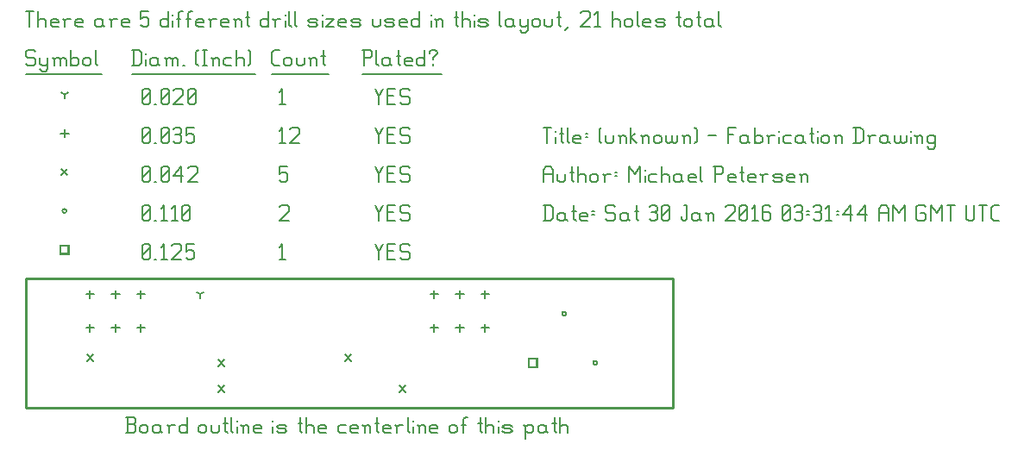
<source format=gbr>
G04 start of page 12 for group -3984 idx -3984 *
G04 Title: (unknown), fab *
G04 Creator: pcb 20110918 *
G04 CreationDate: Sat 30 Jan 2016 03:31:44 AM GMT UTC *
G04 For: railfan *
G04 Format: Gerber/RS-274X *
G04 PCB-Dimensions: 250000 50000 *
G04 PCB-Coordinate-Origin: lower left *
%MOIN*%
%FSLAX25Y25*%
%LNFAB*%
%ADD55C,0.0100*%
%ADD54C,0.0075*%
%ADD53C,0.0060*%
%ADD52R,0.0080X0.0080*%
G54D52*X194400Y19100D02*X197600D01*
X194400D02*Y15900D01*
X197600D01*
Y19100D02*Y15900D01*
X13400Y62850D02*X16600D01*
X13400D02*Y59650D01*
X16600D01*
Y62850D02*Y59650D01*
G54D53*X135000Y63500D02*X136500Y60500D01*
X138000Y63500D01*
X136500Y60500D02*Y57500D01*
X139800Y60800D02*X142050D01*
X139800Y57500D02*X142800D01*
X139800Y63500D02*Y57500D01*
Y63500D02*X142800D01*
X147600D02*X148350Y62750D01*
X145350Y63500D02*X147600D01*
X144600Y62750D02*X145350Y63500D01*
X144600Y62750D02*Y61250D01*
X145350Y60500D01*
X147600D01*
X148350Y59750D01*
Y58250D01*
X147600Y57500D02*X148350Y58250D01*
X145350Y57500D02*X147600D01*
X144600Y58250D02*X145350Y57500D01*
X98000Y62300D02*X99200Y63500D01*
Y57500D01*
X98000D02*X100250D01*
X45000Y58250D02*X45750Y57500D01*
X45000Y62750D02*Y58250D01*
Y62750D02*X45750Y63500D01*
X47250D01*
X48000Y62750D01*
Y58250D01*
X47250Y57500D02*X48000Y58250D01*
X45750Y57500D02*X47250D01*
X45000Y59000D02*X48000Y62000D01*
X49800Y57500D02*X50550D01*
X52350Y62300D02*X53550Y63500D01*
Y57500D01*
X52350D02*X54600D01*
X56400Y62750D02*X57150Y63500D01*
X59400D01*
X60150Y62750D01*
Y61250D01*
X56400Y57500D02*X60150Y61250D01*
X56400Y57500D02*X60150D01*
X61950Y63500D02*X64950D01*
X61950D02*Y60500D01*
X62700Y61250D01*
X64200D01*
X64950Y60500D01*
Y58250D01*
X64200Y57500D02*X64950Y58250D01*
X62700Y57500D02*X64200D01*
X61950Y58250D02*X62700Y57500D01*
X219200Y17500D02*G75*G03X220800Y17500I800J0D01*G01*
G75*G03X219200Y17500I-800J0D01*G01*
X207200Y36500D02*G75*G03X208800Y36500I800J0D01*G01*
G75*G03X207200Y36500I-800J0D01*G01*
X14200Y76250D02*G75*G03X15800Y76250I800J0D01*G01*
G75*G03X14200Y76250I-800J0D01*G01*
X135000Y78500D02*X136500Y75500D01*
X138000Y78500D01*
X136500Y75500D02*Y72500D01*
X139800Y75800D02*X142050D01*
X139800Y72500D02*X142800D01*
X139800Y78500D02*Y72500D01*
Y78500D02*X142800D01*
X147600D02*X148350Y77750D01*
X145350Y78500D02*X147600D01*
X144600Y77750D02*X145350Y78500D01*
X144600Y77750D02*Y76250D01*
X145350Y75500D01*
X147600D01*
X148350Y74750D01*
Y73250D01*
X147600Y72500D02*X148350Y73250D01*
X145350Y72500D02*X147600D01*
X144600Y73250D02*X145350Y72500D01*
X98000Y77750D02*X98750Y78500D01*
X101000D01*
X101750Y77750D01*
Y76250D01*
X98000Y72500D02*X101750Y76250D01*
X98000Y72500D02*X101750D01*
X45000Y73250D02*X45750Y72500D01*
X45000Y77750D02*Y73250D01*
Y77750D02*X45750Y78500D01*
X47250D01*
X48000Y77750D01*
Y73250D01*
X47250Y72500D02*X48000Y73250D01*
X45750Y72500D02*X47250D01*
X45000Y74000D02*X48000Y77000D01*
X49800Y72500D02*X50550D01*
X52350Y77300D02*X53550Y78500D01*
Y72500D01*
X52350D02*X54600D01*
X56400Y77300D02*X57600Y78500D01*
Y72500D01*
X56400D02*X58650D01*
X60450Y73250D02*X61200Y72500D01*
X60450Y77750D02*Y73250D01*
Y77750D02*X61200Y78500D01*
X62700D01*
X63450Y77750D01*
Y73250D01*
X62700Y72500D02*X63450Y73250D01*
X61200Y72500D02*X62700D01*
X60450Y74000D02*X63450Y77000D01*
X23800Y20700D02*X26200Y18300D01*
X23800D02*X26200Y20700D01*
X123300D02*X125700Y18300D01*
X123300D02*X125700Y20700D01*
X144300Y8700D02*X146700Y6300D01*
X144300D02*X146700Y8700D01*
X74300Y18700D02*X76700Y16300D01*
X74300D02*X76700Y18700D01*
X74300Y8700D02*X76700Y6300D01*
X74300D02*X76700Y8700D01*
X13800Y92450D02*X16200Y90050D01*
X13800D02*X16200Y92450D01*
X135000Y93500D02*X136500Y90500D01*
X138000Y93500D01*
X136500Y90500D02*Y87500D01*
X139800Y90800D02*X142050D01*
X139800Y87500D02*X142800D01*
X139800Y93500D02*Y87500D01*
Y93500D02*X142800D01*
X147600D02*X148350Y92750D01*
X145350Y93500D02*X147600D01*
X144600Y92750D02*X145350Y93500D01*
X144600Y92750D02*Y91250D01*
X145350Y90500D01*
X147600D01*
X148350Y89750D01*
Y88250D01*
X147600Y87500D02*X148350Y88250D01*
X145350Y87500D02*X147600D01*
X144600Y88250D02*X145350Y87500D01*
X98000Y93500D02*X101000D01*
X98000D02*Y90500D01*
X98750Y91250D01*
X100250D01*
X101000Y90500D01*
Y88250D01*
X100250Y87500D02*X101000Y88250D01*
X98750Y87500D02*X100250D01*
X98000Y88250D02*X98750Y87500D01*
X45000Y88250D02*X45750Y87500D01*
X45000Y92750D02*Y88250D01*
Y92750D02*X45750Y93500D01*
X47250D01*
X48000Y92750D01*
Y88250D01*
X47250Y87500D02*X48000Y88250D01*
X45750Y87500D02*X47250D01*
X45000Y89000D02*X48000Y92000D01*
X49800Y87500D02*X50550D01*
X52350Y88250D02*X53100Y87500D01*
X52350Y92750D02*Y88250D01*
Y92750D02*X53100Y93500D01*
X54600D01*
X55350Y92750D01*
Y88250D01*
X54600Y87500D02*X55350Y88250D01*
X53100Y87500D02*X54600D01*
X52350Y89000D02*X55350Y92000D01*
X57150Y89750D02*X60150Y93500D01*
X57150Y89750D02*X60900D01*
X60150Y93500D02*Y87500D01*
X62700Y92750D02*X63450Y93500D01*
X65700D01*
X66450Y92750D01*
Y91250D01*
X62700Y87500D02*X66450Y91250D01*
X62700Y87500D02*X66450D01*
X24874Y32608D02*Y29408D01*
X23274Y31008D02*X26474D01*
X34717Y32608D02*Y29408D01*
X33117Y31008D02*X36317D01*
X44559Y32608D02*Y29408D01*
X42959Y31008D02*X46159D01*
X24874Y45600D02*Y42400D01*
X23274Y44000D02*X26474D01*
X34717Y45600D02*Y42400D01*
X33117Y44000D02*X36317D01*
X44559Y45600D02*Y42400D01*
X42959Y44000D02*X46159D01*
X157874Y32608D02*Y29408D01*
X156274Y31008D02*X159474D01*
X167717Y32608D02*Y29408D01*
X166117Y31008D02*X169317D01*
X177559Y32608D02*Y29408D01*
X175959Y31008D02*X179159D01*
X157874Y45600D02*Y42400D01*
X156274Y44000D02*X159474D01*
X167717Y45600D02*Y42400D01*
X166117Y44000D02*X169317D01*
X177559Y45600D02*Y42400D01*
X175959Y44000D02*X179159D01*
X15000Y107850D02*Y104650D01*
X13400Y106250D02*X16600D01*
X135000Y108500D02*X136500Y105500D01*
X138000Y108500D01*
X136500Y105500D02*Y102500D01*
X139800Y105800D02*X142050D01*
X139800Y102500D02*X142800D01*
X139800Y108500D02*Y102500D01*
Y108500D02*X142800D01*
X147600D02*X148350Y107750D01*
X145350Y108500D02*X147600D01*
X144600Y107750D02*X145350Y108500D01*
X144600Y107750D02*Y106250D01*
X145350Y105500D01*
X147600D01*
X148350Y104750D01*
Y103250D01*
X147600Y102500D02*X148350Y103250D01*
X145350Y102500D02*X147600D01*
X144600Y103250D02*X145350Y102500D01*
X98000Y107300D02*X99200Y108500D01*
Y102500D01*
X98000D02*X100250D01*
X102050Y107750D02*X102800Y108500D01*
X105050D01*
X105800Y107750D01*
Y106250D01*
X102050Y102500D02*X105800Y106250D01*
X102050Y102500D02*X105800D01*
X45000Y103250D02*X45750Y102500D01*
X45000Y107750D02*Y103250D01*
Y107750D02*X45750Y108500D01*
X47250D01*
X48000Y107750D01*
Y103250D01*
X47250Y102500D02*X48000Y103250D01*
X45750Y102500D02*X47250D01*
X45000Y104000D02*X48000Y107000D01*
X49800Y102500D02*X50550D01*
X52350Y103250D02*X53100Y102500D01*
X52350Y107750D02*Y103250D01*
Y107750D02*X53100Y108500D01*
X54600D01*
X55350Y107750D01*
Y103250D01*
X54600Y102500D02*X55350Y103250D01*
X53100Y102500D02*X54600D01*
X52350Y104000D02*X55350Y107000D01*
X57150Y107750D02*X57900Y108500D01*
X59400D01*
X60150Y107750D01*
X59400Y102500D02*X60150Y103250D01*
X57900Y102500D02*X59400D01*
X57150Y103250D02*X57900Y102500D01*
Y105800D02*X59400D01*
X60150Y107750D02*Y106550D01*
Y105050D02*Y103250D01*
Y105050D02*X59400Y105800D01*
X60150Y106550D02*X59400Y105800D01*
X61950Y108500D02*X64950D01*
X61950D02*Y105500D01*
X62700Y106250D01*
X64200D01*
X64950Y105500D01*
Y103250D01*
X64200Y102500D02*X64950Y103250D01*
X62700Y102500D02*X64200D01*
X61950Y103250D02*X62700Y102500D01*
X67500Y44000D02*Y42400D01*
Y44000D02*X68887Y44800D01*
X67500Y44000D02*X66113Y44800D01*
X15000Y121250D02*Y119650D01*
Y121250D02*X16387Y122050D01*
X15000Y121250D02*X13613Y122050D01*
X135000Y123500D02*X136500Y120500D01*
X138000Y123500D01*
X136500Y120500D02*Y117500D01*
X139800Y120800D02*X142050D01*
X139800Y117500D02*X142800D01*
X139800Y123500D02*Y117500D01*
Y123500D02*X142800D01*
X147600D02*X148350Y122750D01*
X145350Y123500D02*X147600D01*
X144600Y122750D02*X145350Y123500D01*
X144600Y122750D02*Y121250D01*
X145350Y120500D01*
X147600D01*
X148350Y119750D01*
Y118250D01*
X147600Y117500D02*X148350Y118250D01*
X145350Y117500D02*X147600D01*
X144600Y118250D02*X145350Y117500D01*
X98000Y122300D02*X99200Y123500D01*
Y117500D01*
X98000D02*X100250D01*
X45000Y118250D02*X45750Y117500D01*
X45000Y122750D02*Y118250D01*
Y122750D02*X45750Y123500D01*
X47250D01*
X48000Y122750D01*
Y118250D01*
X47250Y117500D02*X48000Y118250D01*
X45750Y117500D02*X47250D01*
X45000Y119000D02*X48000Y122000D01*
X49800Y117500D02*X50550D01*
X52350Y118250D02*X53100Y117500D01*
X52350Y122750D02*Y118250D01*
Y122750D02*X53100Y123500D01*
X54600D01*
X55350Y122750D01*
Y118250D01*
X54600Y117500D02*X55350Y118250D01*
X53100Y117500D02*X54600D01*
X52350Y119000D02*X55350Y122000D01*
X57150Y122750D02*X57900Y123500D01*
X60150D01*
X60900Y122750D01*
Y121250D01*
X57150Y117500D02*X60900Y121250D01*
X57150Y117500D02*X60900D01*
X62700Y118250D02*X63450Y117500D01*
X62700Y122750D02*Y118250D01*
Y122750D02*X63450Y123500D01*
X64950D01*
X65700Y122750D01*
Y118250D01*
X64950Y117500D02*X65700Y118250D01*
X63450Y117500D02*X64950D01*
X62700Y119000D02*X65700Y122000D01*
X3000Y138500D02*X3750Y137750D01*
X750Y138500D02*X3000D01*
X0Y137750D02*X750Y138500D01*
X0Y137750D02*Y136250D01*
X750Y135500D01*
X3000D01*
X3750Y134750D01*
Y133250D01*
X3000Y132500D02*X3750Y133250D01*
X750Y132500D02*X3000D01*
X0Y133250D02*X750Y132500D01*
X5550Y135500D02*Y133250D01*
X6300Y132500D01*
X8550Y135500D02*Y131000D01*
X7800Y130250D02*X8550Y131000D01*
X6300Y130250D02*X7800D01*
X5550Y131000D02*X6300Y130250D01*
Y132500D02*X7800D01*
X8550Y133250D01*
X11100Y134750D02*Y132500D01*
Y134750D02*X11850Y135500D01*
X12600D01*
X13350Y134750D01*
Y132500D01*
Y134750D02*X14100Y135500D01*
X14850D01*
X15600Y134750D01*
Y132500D01*
X10350Y135500D02*X11100Y134750D01*
X17400Y138500D02*Y132500D01*
Y133250D02*X18150Y132500D01*
X19650D01*
X20400Y133250D01*
Y134750D02*Y133250D01*
X19650Y135500D02*X20400Y134750D01*
X18150Y135500D02*X19650D01*
X17400Y134750D02*X18150Y135500D01*
X22200Y134750D02*Y133250D01*
Y134750D02*X22950Y135500D01*
X24450D01*
X25200Y134750D01*
Y133250D01*
X24450Y132500D02*X25200Y133250D01*
X22950Y132500D02*X24450D01*
X22200Y133250D02*X22950Y132500D01*
X27000Y138500D02*Y133250D01*
X27750Y132500D01*
X0Y129250D02*X29250D01*
X41750Y138500D02*Y132500D01*
X43700Y138500D02*X44750Y137450D01*
Y133550D01*
X43700Y132500D02*X44750Y133550D01*
X41000Y132500D02*X43700D01*
X41000Y138500D02*X43700D01*
G54D54*X46550Y137000D02*Y136850D01*
G54D53*Y134750D02*Y132500D01*
X50300Y135500D02*X51050Y134750D01*
X48800Y135500D02*X50300D01*
X48050Y134750D02*X48800Y135500D01*
X48050Y134750D02*Y133250D01*
X48800Y132500D01*
X51050Y135500D02*Y133250D01*
X51800Y132500D01*
X48800D02*X50300D01*
X51050Y133250D01*
X54350Y134750D02*Y132500D01*
Y134750D02*X55100Y135500D01*
X55850D01*
X56600Y134750D01*
Y132500D01*
Y134750D02*X57350Y135500D01*
X58100D01*
X58850Y134750D01*
Y132500D01*
X53600Y135500D02*X54350Y134750D01*
X60650Y132500D02*X61400D01*
X65900Y133250D02*X66650Y132500D01*
X65900Y137750D02*X66650Y138500D01*
X65900Y137750D02*Y133250D01*
X68450Y138500D02*X69950D01*
X69200D02*Y132500D01*
X68450D02*X69950D01*
X72500Y134750D02*Y132500D01*
Y134750D02*X73250Y135500D01*
X74000D01*
X74750Y134750D01*
Y132500D01*
X71750Y135500D02*X72500Y134750D01*
X77300Y135500D02*X79550D01*
X76550Y134750D02*X77300Y135500D01*
X76550Y134750D02*Y133250D01*
X77300Y132500D01*
X79550D01*
X81350Y138500D02*Y132500D01*
Y134750D02*X82100Y135500D01*
X83600D01*
X84350Y134750D01*
Y132500D01*
X86150Y138500D02*X86900Y137750D01*
Y133250D01*
X86150Y132500D02*X86900Y133250D01*
X41000Y129250D02*X88700D01*
X96050Y132500D02*X98000D01*
X95000Y133550D02*X96050Y132500D01*
X95000Y137450D02*Y133550D01*
Y137450D02*X96050Y138500D01*
X98000D01*
X99800Y134750D02*Y133250D01*
Y134750D02*X100550Y135500D01*
X102050D01*
X102800Y134750D01*
Y133250D01*
X102050Y132500D02*X102800Y133250D01*
X100550Y132500D02*X102050D01*
X99800Y133250D02*X100550Y132500D01*
X104600Y135500D02*Y133250D01*
X105350Y132500D01*
X106850D01*
X107600Y133250D01*
Y135500D02*Y133250D01*
X110150Y134750D02*Y132500D01*
Y134750D02*X110900Y135500D01*
X111650D01*
X112400Y134750D01*
Y132500D01*
X109400Y135500D02*X110150Y134750D01*
X114950Y138500D02*Y133250D01*
X115700Y132500D01*
X114200Y136250D02*X115700D01*
X95000Y129250D02*X117200D01*
X130750Y138500D02*Y132500D01*
X130000Y138500D02*X133000D01*
X133750Y137750D01*
Y136250D01*
X133000Y135500D02*X133750Y136250D01*
X130750Y135500D02*X133000D01*
X135550Y138500D02*Y133250D01*
X136300Y132500D01*
X140050Y135500D02*X140800Y134750D01*
X138550Y135500D02*X140050D01*
X137800Y134750D02*X138550Y135500D01*
X137800Y134750D02*Y133250D01*
X138550Y132500D01*
X140800Y135500D02*Y133250D01*
X141550Y132500D01*
X138550D02*X140050D01*
X140800Y133250D01*
X144100Y138500D02*Y133250D01*
X144850Y132500D01*
X143350Y136250D02*X144850D01*
X147100Y132500D02*X149350D01*
X146350Y133250D02*X147100Y132500D01*
X146350Y134750D02*Y133250D01*
Y134750D02*X147100Y135500D01*
X148600D01*
X149350Y134750D01*
X146350Y134000D02*X149350D01*
Y134750D02*Y134000D01*
X154150Y138500D02*Y132500D01*
X153400D02*X154150Y133250D01*
X151900Y132500D02*X153400D01*
X151150Y133250D02*X151900Y132500D01*
X151150Y134750D02*Y133250D01*
Y134750D02*X151900Y135500D01*
X153400D01*
X154150Y134750D01*
X157450Y135500D02*Y134750D01*
Y133250D02*Y132500D01*
X155950Y137750D02*Y137000D01*
Y137750D02*X156700Y138500D01*
X158200D01*
X158950Y137750D01*
Y137000D01*
X157450Y135500D02*X158950Y137000D01*
X130000Y129250D02*X160750D01*
X0Y153500D02*X3000D01*
X1500D02*Y147500D01*
X4800Y153500D02*Y147500D01*
Y149750D02*X5550Y150500D01*
X7050D01*
X7800Y149750D01*
Y147500D01*
X10350D02*X12600D01*
X9600Y148250D02*X10350Y147500D01*
X9600Y149750D02*Y148250D01*
Y149750D02*X10350Y150500D01*
X11850D01*
X12600Y149750D01*
X9600Y149000D02*X12600D01*
Y149750D02*Y149000D01*
X15150Y149750D02*Y147500D01*
Y149750D02*X15900Y150500D01*
X17400D01*
X14400D02*X15150Y149750D01*
X19950Y147500D02*X22200D01*
X19200Y148250D02*X19950Y147500D01*
X19200Y149750D02*Y148250D01*
Y149750D02*X19950Y150500D01*
X21450D01*
X22200Y149750D01*
X19200Y149000D02*X22200D01*
Y149750D02*Y149000D01*
X28950Y150500D02*X29700Y149750D01*
X27450Y150500D02*X28950D01*
X26700Y149750D02*X27450Y150500D01*
X26700Y149750D02*Y148250D01*
X27450Y147500D01*
X29700Y150500D02*Y148250D01*
X30450Y147500D01*
X27450D02*X28950D01*
X29700Y148250D01*
X33000Y149750D02*Y147500D01*
Y149750D02*X33750Y150500D01*
X35250D01*
X32250D02*X33000Y149750D01*
X37800Y147500D02*X40050D01*
X37050Y148250D02*X37800Y147500D01*
X37050Y149750D02*Y148250D01*
Y149750D02*X37800Y150500D01*
X39300D01*
X40050Y149750D01*
X37050Y149000D02*X40050D01*
Y149750D02*Y149000D01*
X44550Y153500D02*X47550D01*
X44550D02*Y150500D01*
X45300Y151250D01*
X46800D01*
X47550Y150500D01*
Y148250D01*
X46800Y147500D02*X47550Y148250D01*
X45300Y147500D02*X46800D01*
X44550Y148250D02*X45300Y147500D01*
X55050Y153500D02*Y147500D01*
X54300D02*X55050Y148250D01*
X52800Y147500D02*X54300D01*
X52050Y148250D02*X52800Y147500D01*
X52050Y149750D02*Y148250D01*
Y149750D02*X52800Y150500D01*
X54300D01*
X55050Y149750D01*
G54D54*X56850Y152000D02*Y151850D01*
G54D53*Y149750D02*Y147500D01*
X59100Y152750D02*Y147500D01*
Y152750D02*X59850Y153500D01*
X60600D01*
X58350Y150500D02*X59850D01*
X62850Y152750D02*Y147500D01*
Y152750D02*X63600Y153500D01*
X64350D01*
X62100Y150500D02*X63600D01*
X66600Y147500D02*X68850D01*
X65850Y148250D02*X66600Y147500D01*
X65850Y149750D02*Y148250D01*
Y149750D02*X66600Y150500D01*
X68100D01*
X68850Y149750D01*
X65850Y149000D02*X68850D01*
Y149750D02*Y149000D01*
X71400Y149750D02*Y147500D01*
Y149750D02*X72150Y150500D01*
X73650D01*
X70650D02*X71400Y149750D01*
X76200Y147500D02*X78450D01*
X75450Y148250D02*X76200Y147500D01*
X75450Y149750D02*Y148250D01*
Y149750D02*X76200Y150500D01*
X77700D01*
X78450Y149750D01*
X75450Y149000D02*X78450D01*
Y149750D02*Y149000D01*
X81000Y149750D02*Y147500D01*
Y149750D02*X81750Y150500D01*
X82500D01*
X83250Y149750D01*
Y147500D01*
X80250Y150500D02*X81000Y149750D01*
X85800Y153500D02*Y148250D01*
X86550Y147500D01*
X85050Y151250D02*X86550D01*
X93750Y153500D02*Y147500D01*
X93000D02*X93750Y148250D01*
X91500Y147500D02*X93000D01*
X90750Y148250D02*X91500Y147500D01*
X90750Y149750D02*Y148250D01*
Y149750D02*X91500Y150500D01*
X93000D01*
X93750Y149750D01*
X96300D02*Y147500D01*
Y149750D02*X97050Y150500D01*
X98550D01*
X95550D02*X96300Y149750D01*
G54D54*X100350Y152000D02*Y151850D01*
G54D53*Y149750D02*Y147500D01*
X101850Y153500D02*Y148250D01*
X102600Y147500D01*
X104100Y153500D02*Y148250D01*
X104850Y147500D01*
X109800D02*X112050D01*
X112800Y148250D01*
X112050Y149000D02*X112800Y148250D01*
X109800Y149000D02*X112050D01*
X109050Y149750D02*X109800Y149000D01*
X109050Y149750D02*X109800Y150500D01*
X112050D01*
X112800Y149750D01*
X109050Y148250D02*X109800Y147500D01*
G54D54*X114600Y152000D02*Y151850D01*
G54D53*Y149750D02*Y147500D01*
X116100Y150500D02*X119100D01*
X116100Y147500D02*X119100Y150500D01*
X116100Y147500D02*X119100D01*
X121650D02*X123900D01*
X120900Y148250D02*X121650Y147500D01*
X120900Y149750D02*Y148250D01*
Y149750D02*X121650Y150500D01*
X123150D01*
X123900Y149750D01*
X120900Y149000D02*X123900D01*
Y149750D02*Y149000D01*
X126450Y147500D02*X128700D01*
X129450Y148250D01*
X128700Y149000D02*X129450Y148250D01*
X126450Y149000D02*X128700D01*
X125700Y149750D02*X126450Y149000D01*
X125700Y149750D02*X126450Y150500D01*
X128700D01*
X129450Y149750D01*
X125700Y148250D02*X126450Y147500D01*
X133950Y150500D02*Y148250D01*
X134700Y147500D01*
X136200D01*
X136950Y148250D01*
Y150500D02*Y148250D01*
X139500Y147500D02*X141750D01*
X142500Y148250D01*
X141750Y149000D02*X142500Y148250D01*
X139500Y149000D02*X141750D01*
X138750Y149750D02*X139500Y149000D01*
X138750Y149750D02*X139500Y150500D01*
X141750D01*
X142500Y149750D01*
X138750Y148250D02*X139500Y147500D01*
X145050D02*X147300D01*
X144300Y148250D02*X145050Y147500D01*
X144300Y149750D02*Y148250D01*
Y149750D02*X145050Y150500D01*
X146550D01*
X147300Y149750D01*
X144300Y149000D02*X147300D01*
Y149750D02*Y149000D01*
X152100Y153500D02*Y147500D01*
X151350D02*X152100Y148250D01*
X149850Y147500D02*X151350D01*
X149100Y148250D02*X149850Y147500D01*
X149100Y149750D02*Y148250D01*
Y149750D02*X149850Y150500D01*
X151350D01*
X152100Y149750D01*
G54D54*X156600Y152000D02*Y151850D01*
G54D53*Y149750D02*Y147500D01*
X158850Y149750D02*Y147500D01*
Y149750D02*X159600Y150500D01*
X160350D01*
X161100Y149750D01*
Y147500D01*
X158100Y150500D02*X158850Y149750D01*
X166350Y153500D02*Y148250D01*
X167100Y147500D01*
X165600Y151250D02*X167100D01*
X168600Y153500D02*Y147500D01*
Y149750D02*X169350Y150500D01*
X170850D01*
X171600Y149750D01*
Y147500D01*
G54D54*X173400Y152000D02*Y151850D01*
G54D53*Y149750D02*Y147500D01*
X175650D02*X177900D01*
X178650Y148250D01*
X177900Y149000D02*X178650Y148250D01*
X175650Y149000D02*X177900D01*
X174900Y149750D02*X175650Y149000D01*
X174900Y149750D02*X175650Y150500D01*
X177900D01*
X178650Y149750D01*
X174900Y148250D02*X175650Y147500D01*
X183150Y153500D02*Y148250D01*
X183900Y147500D01*
X187650Y150500D02*X188400Y149750D01*
X186150Y150500D02*X187650D01*
X185400Y149750D02*X186150Y150500D01*
X185400Y149750D02*Y148250D01*
X186150Y147500D01*
X188400Y150500D02*Y148250D01*
X189150Y147500D01*
X186150D02*X187650D01*
X188400Y148250D01*
X190950Y150500D02*Y148250D01*
X191700Y147500D01*
X193950Y150500D02*Y146000D01*
X193200Y145250D02*X193950Y146000D01*
X191700Y145250D02*X193200D01*
X190950Y146000D02*X191700Y145250D01*
Y147500D02*X193200D01*
X193950Y148250D01*
X195750Y149750D02*Y148250D01*
Y149750D02*X196500Y150500D01*
X198000D01*
X198750Y149750D01*
Y148250D01*
X198000Y147500D02*X198750Y148250D01*
X196500Y147500D02*X198000D01*
X195750Y148250D02*X196500Y147500D01*
X200550Y150500D02*Y148250D01*
X201300Y147500D01*
X202800D01*
X203550Y148250D01*
Y150500D02*Y148250D01*
X206100Y153500D02*Y148250D01*
X206850Y147500D01*
X205350Y151250D02*X206850D01*
X208350Y146000D02*X209850Y147500D01*
X214350Y152750D02*X215100Y153500D01*
X217350D01*
X218100Y152750D01*
Y151250D01*
X214350Y147500D02*X218100Y151250D01*
X214350Y147500D02*X218100D01*
X219900Y152300D02*X221100Y153500D01*
Y147500D01*
X219900D02*X222150D01*
X226650Y153500D02*Y147500D01*
Y149750D02*X227400Y150500D01*
X228900D01*
X229650Y149750D01*
Y147500D01*
X231450Y149750D02*Y148250D01*
Y149750D02*X232200Y150500D01*
X233700D01*
X234450Y149750D01*
Y148250D01*
X233700Y147500D02*X234450Y148250D01*
X232200Y147500D02*X233700D01*
X231450Y148250D02*X232200Y147500D01*
X236250Y153500D02*Y148250D01*
X237000Y147500D01*
X239250D02*X241500D01*
X238500Y148250D02*X239250Y147500D01*
X238500Y149750D02*Y148250D01*
Y149750D02*X239250Y150500D01*
X240750D01*
X241500Y149750D01*
X238500Y149000D02*X241500D01*
Y149750D02*Y149000D01*
X244050Y147500D02*X246300D01*
X247050Y148250D01*
X246300Y149000D02*X247050Y148250D01*
X244050Y149000D02*X246300D01*
X243300Y149750D02*X244050Y149000D01*
X243300Y149750D02*X244050Y150500D01*
X246300D01*
X247050Y149750D01*
X243300Y148250D02*X244050Y147500D01*
X252300Y153500D02*Y148250D01*
X253050Y147500D01*
X251550Y151250D02*X253050D01*
X254550Y149750D02*Y148250D01*
Y149750D02*X255300Y150500D01*
X256800D01*
X257550Y149750D01*
Y148250D01*
X256800Y147500D02*X257550Y148250D01*
X255300Y147500D02*X256800D01*
X254550Y148250D02*X255300Y147500D01*
X260100Y153500D02*Y148250D01*
X260850Y147500D01*
X259350Y151250D02*X260850D01*
X264600Y150500D02*X265350Y149750D01*
X263100Y150500D02*X264600D01*
X262350Y149750D02*X263100Y150500D01*
X262350Y149750D02*Y148250D01*
X263100Y147500D01*
X265350Y150500D02*Y148250D01*
X266100Y147500D01*
X263100D02*X264600D01*
X265350Y148250D01*
X267900Y153500D02*Y148250D01*
X268650Y147500D01*
G54D55*X0Y50000D02*Y0D01*
X250000D02*Y50000D01*
X0D01*
Y0D02*X250000D01*
G54D53*X38675Y-9500D02*X41675D01*
X42425Y-8750D01*
Y-6950D02*Y-8750D01*
X41675Y-6200D02*X42425Y-6950D01*
X39425Y-6200D02*X41675D01*
X39425Y-3500D02*Y-9500D01*
X38675Y-3500D02*X41675D01*
X42425Y-4250D01*
Y-5450D01*
X41675Y-6200D02*X42425Y-5450D01*
X44225Y-7250D02*Y-8750D01*
Y-7250D02*X44975Y-6500D01*
X46475D01*
X47225Y-7250D01*
Y-8750D01*
X46475Y-9500D02*X47225Y-8750D01*
X44975Y-9500D02*X46475D01*
X44225Y-8750D02*X44975Y-9500D01*
X51275Y-6500D02*X52025Y-7250D01*
X49775Y-6500D02*X51275D01*
X49025Y-7250D02*X49775Y-6500D01*
X49025Y-7250D02*Y-8750D01*
X49775Y-9500D01*
X52025Y-6500D02*Y-8750D01*
X52775Y-9500D01*
X49775D02*X51275D01*
X52025Y-8750D01*
X55325Y-7250D02*Y-9500D01*
Y-7250D02*X56075Y-6500D01*
X57575D01*
X54575D02*X55325Y-7250D01*
X62375Y-3500D02*Y-9500D01*
X61625D02*X62375Y-8750D01*
X60125Y-9500D02*X61625D01*
X59375Y-8750D02*X60125Y-9500D01*
X59375Y-7250D02*Y-8750D01*
Y-7250D02*X60125Y-6500D01*
X61625D01*
X62375Y-7250D01*
X66875D02*Y-8750D01*
Y-7250D02*X67625Y-6500D01*
X69125D01*
X69875Y-7250D01*
Y-8750D01*
X69125Y-9500D02*X69875Y-8750D01*
X67625Y-9500D02*X69125D01*
X66875Y-8750D02*X67625Y-9500D01*
X71675Y-6500D02*Y-8750D01*
X72425Y-9500D01*
X73925D01*
X74675Y-8750D01*
Y-6500D02*Y-8750D01*
X77225Y-3500D02*Y-8750D01*
X77975Y-9500D01*
X76475Y-5750D02*X77975D01*
X79475Y-3500D02*Y-8750D01*
X80225Y-9500D01*
G54D54*X81725Y-5000D02*Y-5150D01*
G54D53*Y-7250D02*Y-9500D01*
X83975Y-7250D02*Y-9500D01*
Y-7250D02*X84725Y-6500D01*
X85475D01*
X86225Y-7250D01*
Y-9500D01*
X83225Y-6500D02*X83975Y-7250D01*
X88775Y-9500D02*X91025D01*
X88025Y-8750D02*X88775Y-9500D01*
X88025Y-7250D02*Y-8750D01*
Y-7250D02*X88775Y-6500D01*
X90275D01*
X91025Y-7250D01*
X88025Y-8000D02*X91025D01*
Y-7250D02*Y-8000D01*
G54D54*X95525Y-5000D02*Y-5150D01*
G54D53*Y-7250D02*Y-9500D01*
X97775D02*X100025D01*
X100775Y-8750D01*
X100025Y-8000D02*X100775Y-8750D01*
X97775Y-8000D02*X100025D01*
X97025Y-7250D02*X97775Y-8000D01*
X97025Y-7250D02*X97775Y-6500D01*
X100025D01*
X100775Y-7250D01*
X97025Y-8750D02*X97775Y-9500D01*
X106025Y-3500D02*Y-8750D01*
X106775Y-9500D01*
X105275Y-5750D02*X106775D01*
X108275Y-3500D02*Y-9500D01*
Y-7250D02*X109025Y-6500D01*
X110525D01*
X111275Y-7250D01*
Y-9500D01*
X113825D02*X116075D01*
X113075Y-8750D02*X113825Y-9500D01*
X113075Y-7250D02*Y-8750D01*
Y-7250D02*X113825Y-6500D01*
X115325D01*
X116075Y-7250D01*
X113075Y-8000D02*X116075D01*
Y-7250D02*Y-8000D01*
X121325Y-6500D02*X123575D01*
X120575Y-7250D02*X121325Y-6500D01*
X120575Y-7250D02*Y-8750D01*
X121325Y-9500D01*
X123575D01*
X126125D02*X128375D01*
X125375Y-8750D02*X126125Y-9500D01*
X125375Y-7250D02*Y-8750D01*
Y-7250D02*X126125Y-6500D01*
X127625D01*
X128375Y-7250D01*
X125375Y-8000D02*X128375D01*
Y-7250D02*Y-8000D01*
X130925Y-7250D02*Y-9500D01*
Y-7250D02*X131675Y-6500D01*
X132425D01*
X133175Y-7250D01*
Y-9500D01*
X130175Y-6500D02*X130925Y-7250D01*
X135725Y-3500D02*Y-8750D01*
X136475Y-9500D01*
X134975Y-5750D02*X136475D01*
X138725Y-9500D02*X140975D01*
X137975Y-8750D02*X138725Y-9500D01*
X137975Y-7250D02*Y-8750D01*
Y-7250D02*X138725Y-6500D01*
X140225D01*
X140975Y-7250D01*
X137975Y-8000D02*X140975D01*
Y-7250D02*Y-8000D01*
X143525Y-7250D02*Y-9500D01*
Y-7250D02*X144275Y-6500D01*
X145775D01*
X142775D02*X143525Y-7250D01*
X147575Y-3500D02*Y-8750D01*
X148325Y-9500D01*
G54D54*X149825Y-5000D02*Y-5150D01*
G54D53*Y-7250D02*Y-9500D01*
X152075Y-7250D02*Y-9500D01*
Y-7250D02*X152825Y-6500D01*
X153575D01*
X154325Y-7250D01*
Y-9500D01*
X151325Y-6500D02*X152075Y-7250D01*
X156875Y-9500D02*X159125D01*
X156125Y-8750D02*X156875Y-9500D01*
X156125Y-7250D02*Y-8750D01*
Y-7250D02*X156875Y-6500D01*
X158375D01*
X159125Y-7250D01*
X156125Y-8000D02*X159125D01*
Y-7250D02*Y-8000D01*
X163625Y-7250D02*Y-8750D01*
Y-7250D02*X164375Y-6500D01*
X165875D01*
X166625Y-7250D01*
Y-8750D01*
X165875Y-9500D02*X166625Y-8750D01*
X164375Y-9500D02*X165875D01*
X163625Y-8750D02*X164375Y-9500D01*
X169175Y-4250D02*Y-9500D01*
Y-4250D02*X169925Y-3500D01*
X170675D01*
X168425Y-6500D02*X169925D01*
X175625Y-3500D02*Y-8750D01*
X176375Y-9500D01*
X174875Y-5750D02*X176375D01*
X177875Y-3500D02*Y-9500D01*
Y-7250D02*X178625Y-6500D01*
X180125D01*
X180875Y-7250D01*
Y-9500D01*
G54D54*X182675Y-5000D02*Y-5150D01*
G54D53*Y-7250D02*Y-9500D01*
X184925D02*X187175D01*
X187925Y-8750D01*
X187175Y-8000D02*X187925Y-8750D01*
X184925Y-8000D02*X187175D01*
X184175Y-7250D02*X184925Y-8000D01*
X184175Y-7250D02*X184925Y-6500D01*
X187175D01*
X187925Y-7250D01*
X184175Y-8750D02*X184925Y-9500D01*
X193175Y-7250D02*Y-11750D01*
X192425Y-6500D02*X193175Y-7250D01*
X193925Y-6500D01*
X195425D01*
X196175Y-7250D01*
Y-8750D01*
X195425Y-9500D02*X196175Y-8750D01*
X193925Y-9500D02*X195425D01*
X193175Y-8750D02*X193925Y-9500D01*
X200225Y-6500D02*X200975Y-7250D01*
X198725Y-6500D02*X200225D01*
X197975Y-7250D02*X198725Y-6500D01*
X197975Y-7250D02*Y-8750D01*
X198725Y-9500D01*
X200975Y-6500D02*Y-8750D01*
X201725Y-9500D01*
X198725D02*X200225D01*
X200975Y-8750D01*
X204275Y-3500D02*Y-8750D01*
X205025Y-9500D01*
X203525Y-5750D02*X205025D01*
X206525Y-3500D02*Y-9500D01*
Y-7250D02*X207275Y-6500D01*
X208775D01*
X209525Y-7250D01*
Y-9500D01*
X200750Y78500D02*Y72500D01*
X202700Y78500D02*X203750Y77450D01*
Y73550D01*
X202700Y72500D02*X203750Y73550D01*
X200000Y72500D02*X202700D01*
X200000Y78500D02*X202700D01*
X207800Y75500D02*X208550Y74750D01*
X206300Y75500D02*X207800D01*
X205550Y74750D02*X206300Y75500D01*
X205550Y74750D02*Y73250D01*
X206300Y72500D01*
X208550Y75500D02*Y73250D01*
X209300Y72500D01*
X206300D02*X207800D01*
X208550Y73250D01*
X211850Y78500D02*Y73250D01*
X212600Y72500D01*
X211100Y76250D02*X212600D01*
X214850Y72500D02*X217100D01*
X214100Y73250D02*X214850Y72500D01*
X214100Y74750D02*Y73250D01*
Y74750D02*X214850Y75500D01*
X216350D01*
X217100Y74750D01*
X214100Y74000D02*X217100D01*
Y74750D02*Y74000D01*
X218900Y76250D02*X219650D01*
X218900Y74750D02*X219650D01*
X227150Y78500D02*X227900Y77750D01*
X224900Y78500D02*X227150D01*
X224150Y77750D02*X224900Y78500D01*
X224150Y77750D02*Y76250D01*
X224900Y75500D01*
X227150D01*
X227900Y74750D01*
Y73250D01*
X227150Y72500D02*X227900Y73250D01*
X224900Y72500D02*X227150D01*
X224150Y73250D02*X224900Y72500D01*
X231950Y75500D02*X232700Y74750D01*
X230450Y75500D02*X231950D01*
X229700Y74750D02*X230450Y75500D01*
X229700Y74750D02*Y73250D01*
X230450Y72500D01*
X232700Y75500D02*Y73250D01*
X233450Y72500D01*
X230450D02*X231950D01*
X232700Y73250D01*
X236000Y78500D02*Y73250D01*
X236750Y72500D01*
X235250Y76250D02*X236750D01*
X240950Y77750D02*X241700Y78500D01*
X243200D01*
X243950Y77750D01*
X243200Y72500D02*X243950Y73250D01*
X241700Y72500D02*X243200D01*
X240950Y73250D02*X241700Y72500D01*
Y75800D02*X243200D01*
X243950Y77750D02*Y76550D01*
Y75050D02*Y73250D01*
Y75050D02*X243200Y75800D01*
X243950Y76550D02*X243200Y75800D01*
X245750Y73250D02*X246500Y72500D01*
X245750Y77750D02*Y73250D01*
Y77750D02*X246500Y78500D01*
X248000D01*
X248750Y77750D01*
Y73250D01*
X248000Y72500D02*X248750Y73250D01*
X246500Y72500D02*X248000D01*
X245750Y74000D02*X248750Y77000D01*
X254300Y78500D02*X255500D01*
Y73250D01*
X254750Y72500D02*X255500Y73250D01*
X254000Y72500D02*X254750D01*
X253250Y73250D02*X254000Y72500D01*
X253250Y74000D02*Y73250D01*
X259550Y75500D02*X260300Y74750D01*
X258050Y75500D02*X259550D01*
X257300Y74750D02*X258050Y75500D01*
X257300Y74750D02*Y73250D01*
X258050Y72500D01*
X260300Y75500D02*Y73250D01*
X261050Y72500D01*
X258050D02*X259550D01*
X260300Y73250D01*
X263600Y74750D02*Y72500D01*
Y74750D02*X264350Y75500D01*
X265100D01*
X265850Y74750D01*
Y72500D01*
X262850Y75500D02*X263600Y74750D01*
X270350Y77750D02*X271100Y78500D01*
X273350D01*
X274100Y77750D01*
Y76250D01*
X270350Y72500D02*X274100Y76250D01*
X270350Y72500D02*X274100D01*
X275900Y73250D02*X276650Y72500D01*
X275900Y77750D02*Y73250D01*
Y77750D02*X276650Y78500D01*
X278150D01*
X278900Y77750D01*
Y73250D01*
X278150Y72500D02*X278900Y73250D01*
X276650Y72500D02*X278150D01*
X275900Y74000D02*X278900Y77000D01*
X280700Y77300D02*X281900Y78500D01*
Y72500D01*
X280700D02*X282950D01*
X287000Y78500D02*X287750Y77750D01*
X285500Y78500D02*X287000D01*
X284750Y77750D02*X285500Y78500D01*
X284750Y77750D02*Y73250D01*
X285500Y72500D01*
X287000Y75800D02*X287750Y75050D01*
X284750Y75800D02*X287000D01*
X285500Y72500D02*X287000D01*
X287750Y73250D01*
Y75050D02*Y73250D01*
X292250D02*X293000Y72500D01*
X292250Y77750D02*Y73250D01*
Y77750D02*X293000Y78500D01*
X294500D01*
X295250Y77750D01*
Y73250D01*
X294500Y72500D02*X295250Y73250D01*
X293000Y72500D02*X294500D01*
X292250Y74000D02*X295250Y77000D01*
X297050Y77750D02*X297800Y78500D01*
X299300D01*
X300050Y77750D01*
X299300Y72500D02*X300050Y73250D01*
X297800Y72500D02*X299300D01*
X297050Y73250D02*X297800Y72500D01*
Y75800D02*X299300D01*
X300050Y77750D02*Y76550D01*
Y75050D02*Y73250D01*
Y75050D02*X299300Y75800D01*
X300050Y76550D02*X299300Y75800D01*
X301850Y76250D02*X302600D01*
X301850Y74750D02*X302600D01*
X304400Y77750D02*X305150Y78500D01*
X306650D01*
X307400Y77750D01*
X306650Y72500D02*X307400Y73250D01*
X305150Y72500D02*X306650D01*
X304400Y73250D02*X305150Y72500D01*
Y75800D02*X306650D01*
X307400Y77750D02*Y76550D01*
Y75050D02*Y73250D01*
Y75050D02*X306650Y75800D01*
X307400Y76550D02*X306650Y75800D01*
X309200Y77300D02*X310400Y78500D01*
Y72500D01*
X309200D02*X311450D01*
X313250Y76250D02*X314000D01*
X313250Y74750D02*X314000D01*
X315800D02*X318800Y78500D01*
X315800Y74750D02*X319550D01*
X318800Y78500D02*Y72500D01*
X321350Y74750D02*X324350Y78500D01*
X321350Y74750D02*X325100D01*
X324350Y78500D02*Y72500D01*
X329600Y77000D02*Y72500D01*
Y77000D02*X330650Y78500D01*
X332300D01*
X333350Y77000D01*
Y72500D01*
X329600Y75500D02*X333350D01*
X335150Y78500D02*Y72500D01*
Y78500D02*X337400Y75500D01*
X339650Y78500D01*
Y72500D01*
X347150Y78500D02*X347900Y77750D01*
X344900Y78500D02*X347150D01*
X344150Y77750D02*X344900Y78500D01*
X344150Y77750D02*Y73250D01*
X344900Y72500D01*
X347150D01*
X347900Y73250D01*
Y74750D02*Y73250D01*
X347150Y75500D02*X347900Y74750D01*
X345650Y75500D02*X347150D01*
X349700Y78500D02*Y72500D01*
Y78500D02*X351950Y75500D01*
X354200Y78500D01*
Y72500D01*
X356000Y78500D02*X359000D01*
X357500D02*Y72500D01*
X363500Y78500D02*Y73250D01*
X364250Y72500D01*
X365750D01*
X366500Y73250D01*
Y78500D02*Y73250D01*
X368300Y78500D02*X371300D01*
X369800D02*Y72500D01*
X374150D02*X376100D01*
X373100Y73550D02*X374150Y72500D01*
X373100Y77450D02*Y73550D01*
Y77450D02*X374150Y78500D01*
X376100D01*
X200000Y92000D02*Y87500D01*
Y92000D02*X201050Y93500D01*
X202700D01*
X203750Y92000D01*
Y87500D01*
X200000Y90500D02*X203750D01*
X205550D02*Y88250D01*
X206300Y87500D01*
X207800D01*
X208550Y88250D01*
Y90500D02*Y88250D01*
X211100Y93500D02*Y88250D01*
X211850Y87500D01*
X210350Y91250D02*X211850D01*
X213350Y93500D02*Y87500D01*
Y89750D02*X214100Y90500D01*
X215600D01*
X216350Y89750D01*
Y87500D01*
X218150Y89750D02*Y88250D01*
Y89750D02*X218900Y90500D01*
X220400D01*
X221150Y89750D01*
Y88250D01*
X220400Y87500D02*X221150Y88250D01*
X218900Y87500D02*X220400D01*
X218150Y88250D02*X218900Y87500D01*
X223700Y89750D02*Y87500D01*
Y89750D02*X224450Y90500D01*
X225950D01*
X222950D02*X223700Y89750D01*
X227750Y91250D02*X228500D01*
X227750Y89750D02*X228500D01*
X233000Y93500D02*Y87500D01*
Y93500D02*X235250Y90500D01*
X237500Y93500D01*
Y87500D01*
G54D54*X239300Y92000D02*Y91850D01*
G54D53*Y89750D02*Y87500D01*
X241550Y90500D02*X243800D01*
X240800Y89750D02*X241550Y90500D01*
X240800Y89750D02*Y88250D01*
X241550Y87500D01*
X243800D01*
X245600Y93500D02*Y87500D01*
Y89750D02*X246350Y90500D01*
X247850D01*
X248600Y89750D01*
Y87500D01*
X252650Y90500D02*X253400Y89750D01*
X251150Y90500D02*X252650D01*
X250400Y89750D02*X251150Y90500D01*
X250400Y89750D02*Y88250D01*
X251150Y87500D01*
X253400Y90500D02*Y88250D01*
X254150Y87500D01*
X251150D02*X252650D01*
X253400Y88250D01*
X256700Y87500D02*X258950D01*
X255950Y88250D02*X256700Y87500D01*
X255950Y89750D02*Y88250D01*
Y89750D02*X256700Y90500D01*
X258200D01*
X258950Y89750D01*
X255950Y89000D02*X258950D01*
Y89750D02*Y89000D01*
X260750Y93500D02*Y88250D01*
X261500Y87500D01*
X266450Y93500D02*Y87500D01*
X265700Y93500D02*X268700D01*
X269450Y92750D01*
Y91250D01*
X268700Y90500D02*X269450Y91250D01*
X266450Y90500D02*X268700D01*
X272000Y87500D02*X274250D01*
X271250Y88250D02*X272000Y87500D01*
X271250Y89750D02*Y88250D01*
Y89750D02*X272000Y90500D01*
X273500D01*
X274250Y89750D01*
X271250Y89000D02*X274250D01*
Y89750D02*Y89000D01*
X276800Y93500D02*Y88250D01*
X277550Y87500D01*
X276050Y91250D02*X277550D01*
X279800Y87500D02*X282050D01*
X279050Y88250D02*X279800Y87500D01*
X279050Y89750D02*Y88250D01*
Y89750D02*X279800Y90500D01*
X281300D01*
X282050Y89750D01*
X279050Y89000D02*X282050D01*
Y89750D02*Y89000D01*
X284600Y89750D02*Y87500D01*
Y89750D02*X285350Y90500D01*
X286850D01*
X283850D02*X284600Y89750D01*
X289400Y87500D02*X291650D01*
X292400Y88250D01*
X291650Y89000D02*X292400Y88250D01*
X289400Y89000D02*X291650D01*
X288650Y89750D02*X289400Y89000D01*
X288650Y89750D02*X289400Y90500D01*
X291650D01*
X292400Y89750D01*
X288650Y88250D02*X289400Y87500D01*
X294950D02*X297200D01*
X294200Y88250D02*X294950Y87500D01*
X294200Y89750D02*Y88250D01*
Y89750D02*X294950Y90500D01*
X296450D01*
X297200Y89750D01*
X294200Y89000D02*X297200D01*
Y89750D02*Y89000D01*
X299750Y89750D02*Y87500D01*
Y89750D02*X300500Y90500D01*
X301250D01*
X302000Y89750D01*
Y87500D01*
X299000Y90500D02*X299750Y89750D01*
X200000Y108500D02*X203000D01*
X201500D02*Y102500D01*
G54D54*X204800Y107000D02*Y106850D01*
G54D53*Y104750D02*Y102500D01*
X207050Y108500D02*Y103250D01*
X207800Y102500D01*
X206300Y106250D02*X207800D01*
X209300Y108500D02*Y103250D01*
X210050Y102500D01*
X212300D02*X214550D01*
X211550Y103250D02*X212300Y102500D01*
X211550Y104750D02*Y103250D01*
Y104750D02*X212300Y105500D01*
X213800D01*
X214550Y104750D01*
X211550Y104000D02*X214550D01*
Y104750D02*Y104000D01*
X216350Y106250D02*X217100D01*
X216350Y104750D02*X217100D01*
X221600Y103250D02*X222350Y102500D01*
X221600Y107750D02*X222350Y108500D01*
X221600Y107750D02*Y103250D01*
X224150Y105500D02*Y103250D01*
X224900Y102500D01*
X226400D01*
X227150Y103250D01*
Y105500D02*Y103250D01*
X229700Y104750D02*Y102500D01*
Y104750D02*X230450Y105500D01*
X231200D01*
X231950Y104750D01*
Y102500D01*
X228950Y105500D02*X229700Y104750D01*
X233750Y108500D02*Y102500D01*
Y104750D02*X236000Y102500D01*
X233750Y104750D02*X235250Y106250D01*
X238550Y104750D02*Y102500D01*
Y104750D02*X239300Y105500D01*
X240050D01*
X240800Y104750D01*
Y102500D01*
X237800Y105500D02*X238550Y104750D01*
X242600D02*Y103250D01*
Y104750D02*X243350Y105500D01*
X244850D01*
X245600Y104750D01*
Y103250D01*
X244850Y102500D02*X245600Y103250D01*
X243350Y102500D02*X244850D01*
X242600Y103250D02*X243350Y102500D01*
X247400Y105500D02*Y103250D01*
X248150Y102500D01*
X248900D01*
X249650Y103250D01*
Y105500D02*Y103250D01*
X250400Y102500D01*
X251150D01*
X251900Y103250D01*
Y105500D02*Y103250D01*
X254450Y104750D02*Y102500D01*
Y104750D02*X255200Y105500D01*
X255950D01*
X256700Y104750D01*
Y102500D01*
X253700Y105500D02*X254450Y104750D01*
X258500Y108500D02*X259250Y107750D01*
Y103250D01*
X258500Y102500D02*X259250Y103250D01*
X263750Y105500D02*X266750D01*
X271250Y108500D02*Y102500D01*
Y108500D02*X274250D01*
X271250Y105800D02*X273500D01*
X278300Y105500D02*X279050Y104750D01*
X276800Y105500D02*X278300D01*
X276050Y104750D02*X276800Y105500D01*
X276050Y104750D02*Y103250D01*
X276800Y102500D01*
X279050Y105500D02*Y103250D01*
X279800Y102500D01*
X276800D02*X278300D01*
X279050Y103250D01*
X281600Y108500D02*Y102500D01*
Y103250D02*X282350Y102500D01*
X283850D01*
X284600Y103250D01*
Y104750D02*Y103250D01*
X283850Y105500D02*X284600Y104750D01*
X282350Y105500D02*X283850D01*
X281600Y104750D02*X282350Y105500D01*
X287150Y104750D02*Y102500D01*
Y104750D02*X287900Y105500D01*
X289400D01*
X286400D02*X287150Y104750D01*
G54D54*X291200Y107000D02*Y106850D01*
G54D53*Y104750D02*Y102500D01*
X293450Y105500D02*X295700D01*
X292700Y104750D02*X293450Y105500D01*
X292700Y104750D02*Y103250D01*
X293450Y102500D01*
X295700D01*
X299750Y105500D02*X300500Y104750D01*
X298250Y105500D02*X299750D01*
X297500Y104750D02*X298250Y105500D01*
X297500Y104750D02*Y103250D01*
X298250Y102500D01*
X300500Y105500D02*Y103250D01*
X301250Y102500D01*
X298250D02*X299750D01*
X300500Y103250D01*
X303800Y108500D02*Y103250D01*
X304550Y102500D01*
X303050Y106250D02*X304550D01*
G54D54*X306050Y107000D02*Y106850D01*
G54D53*Y104750D02*Y102500D01*
X307550Y104750D02*Y103250D01*
Y104750D02*X308300Y105500D01*
X309800D01*
X310550Y104750D01*
Y103250D01*
X309800Y102500D02*X310550Y103250D01*
X308300Y102500D02*X309800D01*
X307550Y103250D02*X308300Y102500D01*
X313100Y104750D02*Y102500D01*
Y104750D02*X313850Y105500D01*
X314600D01*
X315350Y104750D01*
Y102500D01*
X312350Y105500D02*X313100Y104750D01*
X320600Y108500D02*Y102500D01*
X322550Y108500D02*X323600Y107450D01*
Y103550D01*
X322550Y102500D02*X323600Y103550D01*
X319850Y102500D02*X322550D01*
X319850Y108500D02*X322550D01*
X326150Y104750D02*Y102500D01*
Y104750D02*X326900Y105500D01*
X328400D01*
X325400D02*X326150Y104750D01*
X332450Y105500D02*X333200Y104750D01*
X330950Y105500D02*X332450D01*
X330200Y104750D02*X330950Y105500D01*
X330200Y104750D02*Y103250D01*
X330950Y102500D01*
X333200Y105500D02*Y103250D01*
X333950Y102500D01*
X330950D02*X332450D01*
X333200Y103250D01*
X335750Y105500D02*Y103250D01*
X336500Y102500D01*
X337250D01*
X338000Y103250D01*
Y105500D02*Y103250D01*
X338750Y102500D01*
X339500D01*
X340250Y103250D01*
Y105500D02*Y103250D01*
G54D54*X342050Y107000D02*Y106850D01*
G54D53*Y104750D02*Y102500D01*
X344300Y104750D02*Y102500D01*
Y104750D02*X345050Y105500D01*
X345800D01*
X346550Y104750D01*
Y102500D01*
X343550Y105500D02*X344300Y104750D01*
X350600Y105500D02*X351350Y104750D01*
X349100Y105500D02*X350600D01*
X348350Y104750D02*X349100Y105500D01*
X348350Y104750D02*Y103250D01*
X349100Y102500D01*
X350600D01*
X351350Y103250D01*
X348350Y101000D02*X349100Y100250D01*
X350600D01*
X351350Y101000D01*
Y105500D02*Y101000D01*
M02*

</source>
